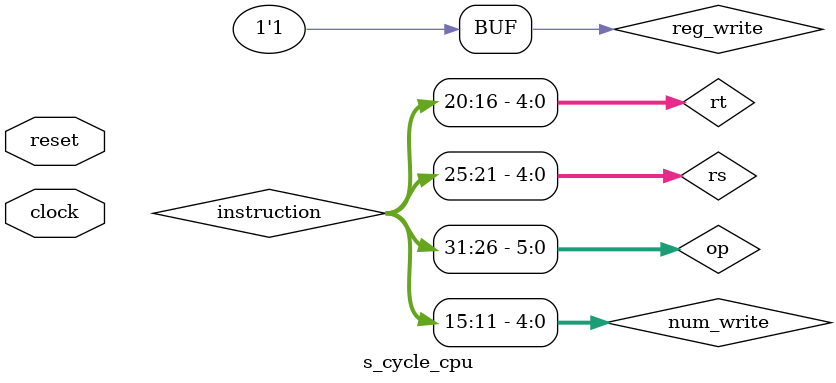
<source format=v>
module s_cycle_cpu(clock,reset);
//输入
input clock;
input reset;

wire [31:0] pc;                 //存储当前指令地址
wire [31:0] instruction;        //机器指令
wire [31:0] npc;                //存储下一条指令
wire reg_write = 1;             //寄存器写使能，高电平有效
wire [4:0] rs,rt;               //rs，rt寄存器编号
wire  [31:0] data_write;        //写入寄存器的数据
wire [4:0] num_write;           //写入数据的寄存器编号
wire [31:0] a;                  //alu操作数a
wire [31:0] b;                  //alu操作数b
wire [31:0] c;                  //alu运算结果
wire [5:0] funct;               //instruction的funct字段(低六位)
wire [3:0] aluop;               //alu控制信号
wire [5:0] op;                  //instruction的op字段(高六位)

pc PC(  .pc(pc),
        .clock(clock),
        .reset(reset),
        .npc(npc));

im IM(
       .instruction(instruction),
       .pc(pc)
       );

assign npc = pc + 4;
assign rs = instruction[25:21];
assign rt = instruction[20:16];
assign funct = instruction[5:0];
assign op = instruction[31:26];
assign reg_write = 1;
assign num_write = instruction[15:11];

ctrl CTRL(
          .reg_write(reg_write),
          .aluop(aluop),
          .op(op),
          .funct(funct) 
             );

gpr GPR(
        .a(a),
        .b(b),
        .clock(clock),
        .reg_write(reg_write),
        .num_write(num_write),
        .rs(rs),
        .rt(rt),
        .data_write(data_write)
        );

alu ALU(
        .c(c),
        .a(a),
        .b(b),
        .aluop(aluop)
        );


assign data_write = c;
endmodule
</source>
